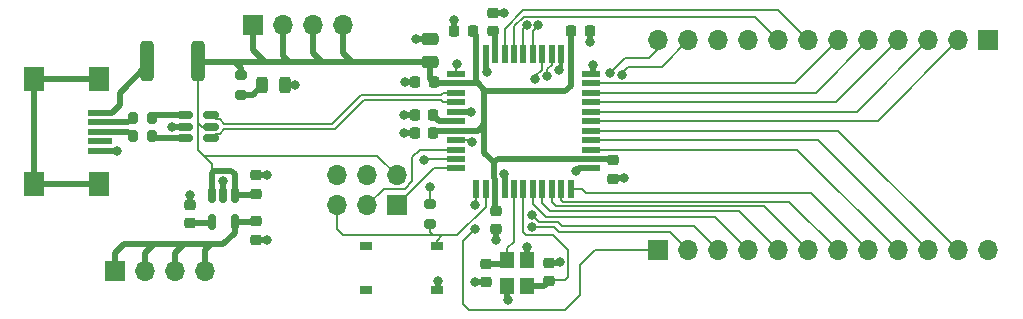
<source format=gbr>
%TF.GenerationSoftware,KiCad,Pcbnew,7.0.1*%
%TF.CreationDate,2023-04-11T01:40:26-06:00*%
%TF.ProjectId,ATMEGA_DevBoard,41544d45-4741-45f4-9465-76426f617264,rev?*%
%TF.SameCoordinates,Original*%
%TF.FileFunction,Copper,L1,Top*%
%TF.FilePolarity,Positive*%
%FSLAX46Y46*%
G04 Gerber Fmt 4.6, Leading zero omitted, Abs format (unit mm)*
G04 Created by KiCad (PCBNEW 7.0.1) date 2023-04-11 01:40:26*
%MOMM*%
%LPD*%
G01*
G04 APERTURE LIST*
G04 Aperture macros list*
%AMRoundRect*
0 Rectangle with rounded corners*
0 $1 Rounding radius*
0 $2 $3 $4 $5 $6 $7 $8 $9 X,Y pos of 4 corners*
0 Add a 4 corners polygon primitive as box body*
4,1,4,$2,$3,$4,$5,$6,$7,$8,$9,$2,$3,0*
0 Add four circle primitives for the rounded corners*
1,1,$1+$1,$2,$3*
1,1,$1+$1,$4,$5*
1,1,$1+$1,$6,$7*
1,1,$1+$1,$8,$9*
0 Add four rect primitives between the rounded corners*
20,1,$1+$1,$2,$3,$4,$5,0*
20,1,$1+$1,$4,$5,$6,$7,0*
20,1,$1+$1,$6,$7,$8,$9,0*
20,1,$1+$1,$8,$9,$2,$3,0*%
G04 Aperture macros list end*
%TA.AperFunction,ComponentPad*%
%ADD10R,1.700000X1.700000*%
%TD*%
%TA.AperFunction,ComponentPad*%
%ADD11O,1.700000X1.700000*%
%TD*%
%TA.AperFunction,SMDPad,CuDef*%
%ADD12RoundRect,0.225000X-0.250000X0.225000X-0.250000X-0.225000X0.250000X-0.225000X0.250000X0.225000X0*%
%TD*%
%TA.AperFunction,SMDPad,CuDef*%
%ADD13RoundRect,0.225000X0.250000X-0.225000X0.250000X0.225000X-0.250000X0.225000X-0.250000X-0.225000X0*%
%TD*%
%TA.AperFunction,SMDPad,CuDef*%
%ADD14R,1.200000X1.400000*%
%TD*%
%TA.AperFunction,SMDPad,CuDef*%
%ADD15RoundRect,0.225000X0.225000X0.250000X-0.225000X0.250000X-0.225000X-0.250000X0.225000X-0.250000X0*%
%TD*%
%TA.AperFunction,SMDPad,CuDef*%
%ADD16R,1.000000X0.700000*%
%TD*%
%TA.AperFunction,SMDPad,CuDef*%
%ADD17R,2.000000X0.500000*%
%TD*%
%TA.AperFunction,SMDPad,CuDef*%
%ADD18R,1.700000X2.000000*%
%TD*%
%TA.AperFunction,SMDPad,CuDef*%
%ADD19RoundRect,0.200000X-0.275000X0.200000X-0.275000X-0.200000X0.275000X-0.200000X0.275000X0.200000X0*%
%TD*%
%TA.AperFunction,SMDPad,CuDef*%
%ADD20RoundRect,0.150000X-0.512500X-0.150000X0.512500X-0.150000X0.512500X0.150000X-0.512500X0.150000X0*%
%TD*%
%TA.AperFunction,SMDPad,CuDef*%
%ADD21RoundRect,0.243750X0.243750X0.456250X-0.243750X0.456250X-0.243750X-0.456250X0.243750X-0.456250X0*%
%TD*%
%TA.AperFunction,SMDPad,CuDef*%
%ADD22R,1.500000X0.550000*%
%TD*%
%TA.AperFunction,SMDPad,CuDef*%
%ADD23R,0.550000X1.500000*%
%TD*%
%TA.AperFunction,SMDPad,CuDef*%
%ADD24RoundRect,0.200000X-0.200000X-0.275000X0.200000X-0.275000X0.200000X0.275000X-0.200000X0.275000X0*%
%TD*%
%TA.AperFunction,SMDPad,CuDef*%
%ADD25RoundRect,0.150000X-0.150000X0.512500X-0.150000X-0.512500X0.150000X-0.512500X0.150000X0.512500X0*%
%TD*%
%TA.AperFunction,SMDPad,CuDef*%
%ADD26RoundRect,0.250000X-0.312500X-1.450000X0.312500X-1.450000X0.312500X1.450000X-0.312500X1.450000X0*%
%TD*%
%TA.AperFunction,SMDPad,CuDef*%
%ADD27RoundRect,0.225000X-0.225000X-0.250000X0.225000X-0.250000X0.225000X0.250000X-0.225000X0.250000X0*%
%TD*%
%TA.AperFunction,SMDPad,CuDef*%
%ADD28RoundRect,0.250000X0.475000X-0.250000X0.475000X0.250000X-0.475000X0.250000X-0.475000X-0.250000X0*%
%TD*%
%TA.AperFunction,ViaPad*%
%ADD29C,0.800000*%
%TD*%
%TA.AperFunction,Conductor*%
%ADD30C,0.203200*%
%TD*%
%TA.AperFunction,Conductor*%
%ADD31C,0.508000*%
%TD*%
%TA.AperFunction,Conductor*%
%ADD32C,0.304800*%
%TD*%
%TA.AperFunction,Conductor*%
%ADD33C,0.200000*%
%TD*%
G04 APERTURE END LIST*
D10*
%TO.P,J6,1,Pin_1*%
%TO.N,+3.3V*%
X90170000Y-106426000D03*
D11*
%TO.P,J6,2,Pin_2*%
X92710000Y-106426000D03*
%TO.P,J6,3,Pin_3*%
X95250000Y-106426000D03*
%TO.P,J6,4,Pin_4*%
X97790000Y-106426000D03*
%TD*%
%TO.P,J5,4,Pin_4*%
%TO.N,+5V*%
X109474000Y-85598000D03*
%TO.P,J5,3,Pin_3*%
X106934000Y-85598000D03*
%TO.P,J5,2,Pin_2*%
X104394000Y-85598000D03*
D10*
%TO.P,J5,1,Pin_1*%
X101854000Y-85598000D03*
%TD*%
D12*
%TO.P,C2,1*%
%TO.N,GND*%
X126869500Y-105699500D03*
%TO.P,C2,2*%
%TO.N,XTAL1*%
X126869500Y-107249500D03*
%TD*%
D10*
%TO.P,J4,1,Pin_1*%
%TO.N,GND*%
X164084000Y-86879583D03*
D11*
%TO.P,J4,2,Pin_2*%
%TO.N,PB4*%
X161544000Y-86879583D03*
%TO.P,J4,3,Pin_3*%
%TO.N,PB5*%
X159004000Y-86879583D03*
%TO.P,J4,4,Pin_4*%
%TO.N,PB6*%
X156464000Y-86879583D03*
%TO.P,J4,5,Pin_5*%
%TO.N,PC6*%
X153924000Y-86879583D03*
%TO.P,J4,6,Pin_6*%
%TO.N,PC7*%
X151384000Y-86879583D03*
%TO.P,J4,7,Pin_7*%
%TO.N,PF0*%
X148844000Y-86879583D03*
%TO.P,J4,8,Pin_8*%
%TO.N,PF1*%
X146304000Y-86879583D03*
%TO.P,J4,9,Pin_9*%
%TO.N,PF4*%
X143764000Y-86879583D03*
%TO.P,J4,10,Pin_10*%
%TO.N,PF5*%
X141224000Y-86879583D03*
%TO.P,J4,11,Pin_11*%
%TO.N,PF6*%
X138684000Y-86879583D03*
%TO.P,J4,12,Pin_12*%
%TO.N,PF7*%
X136144000Y-86879583D03*
%TD*%
D13*
%TO.P,C12,1*%
%TO.N,/AREF*%
X122174000Y-86119000D03*
%TO.P,C12,2*%
%TO.N,GND*%
X122174000Y-84569000D03*
%TD*%
D14*
%TO.P,Y1,1,1*%
%TO.N,XTAL1*%
X125052500Y-107701500D03*
%TO.P,Y1,2,2*%
%TO.N,GND*%
X125052500Y-105501500D03*
%TO.P,Y1,3,3*%
%TO.N,XTAL2*%
X123352500Y-105501500D03*
%TO.P,Y1,4,4*%
%TO.N,GND*%
X123352500Y-107701500D03*
%TD*%
D10*
%TO.P,J1,1,MISO*%
%TO.N,MISO*%
X114031000Y-100858000D03*
D11*
%TO.P,J1,2,VCC*%
%TO.N,+5V*%
X114031000Y-98318000D03*
%TO.P,J1,3,SCK*%
%TO.N,SCK*%
X111491000Y-100858000D03*
%TO.P,J1,4,MOSI*%
%TO.N,MOSI*%
X111491000Y-98318000D03*
%TO.P,J1,5,~{RST}*%
%TO.N,RST*%
X108951000Y-100858000D03*
%TO.P,J1,6,GND*%
%TO.N,GND*%
X108951000Y-98318000D03*
%TD*%
D15*
%TO.P,C10,1*%
%TO.N,+5V*%
X117094000Y-94742000D03*
%TO.P,C10,2*%
%TO.N,GND*%
X115544000Y-94742000D03*
%TD*%
D16*
%TO.P,S3,1*%
%TO.N,GND*%
X117395500Y-108022000D03*
%TO.P,S3,2*%
%TO.N,N/C*%
X111395500Y-108022000D03*
%TO.P,S3,3*%
%TO.N,RST*%
X117395500Y-104322000D03*
%TO.P,S3,4*%
%TO.N,N/C*%
X111395500Y-104322000D03*
%TD*%
D15*
%TO.P,C6,1*%
%TO.N,+5V*%
X117107000Y-90424000D03*
%TO.P,C6,2*%
%TO.N,GND*%
X115557000Y-90424000D03*
%TD*%
D17*
%TO.P,J2,1,VBUS*%
%TO.N,Net-(J2-VBUS)*%
X88862000Y-93010000D03*
%TO.P,J2,2,D-*%
%TO.N,Net-(J2-D-)*%
X88862000Y-93810000D03*
%TO.P,J2,3,D+*%
%TO.N,Net-(J2-D+)*%
X88862000Y-94610000D03*
%TO.P,J2,4,ID*%
%TO.N,unconnected-(J2-ID-Pad4)*%
X88862000Y-95410000D03*
%TO.P,J2,5,GND*%
%TO.N,GND*%
X88862000Y-96210000D03*
D18*
%TO.P,J2,6,Shield*%
%TO.N,unconnected-(J2-Shield-Pad6)*%
X88762000Y-90160000D03*
X83312000Y-90160000D03*
X88762000Y-99060000D03*
X83312000Y-99060000D03*
%TD*%
D12*
%TO.P,C7,1*%
%TO.N,+5V*%
X122428000Y-101333000D03*
%TO.P,C7,2*%
%TO.N,GND*%
X122428000Y-102883000D03*
%TD*%
D10*
%TO.P,J3,1,Pin_1*%
%TO.N,PB7*%
X136110585Y-104659583D03*
D11*
%TO.P,J3,2,Pin_2*%
%TO.N,PB0*%
X138650585Y-104659583D03*
%TO.P,J3,3,Pin_3*%
%TO.N,PE6*%
X141190585Y-104659583D03*
%TO.P,J3,4,Pin_4*%
%TO.N,PD0*%
X143730585Y-104659583D03*
%TO.P,J3,5,Pin_5*%
%TO.N,PD1*%
X146270585Y-104659583D03*
%TO.P,J3,6,Pin_6*%
%TO.N,PD2*%
X148810585Y-104659583D03*
%TO.P,J3,7,Pin_7*%
%TO.N,PD3*%
X151350585Y-104659583D03*
%TO.P,J3,8,Pin_8*%
%TO.N,PD5*%
X153890585Y-104659583D03*
%TO.P,J3,9,Pin_9*%
%TO.N,PD4*%
X156430585Y-104659583D03*
%TO.P,J3,10,Pin_10*%
%TO.N,PD6*%
X158970585Y-104659583D03*
%TO.P,J3,11,Pin_11*%
%TO.N,PD7*%
X161510585Y-104659583D03*
%TO.P,J3,12,Pin_12*%
%TO.N,GND*%
X164050585Y-104659583D03*
%TD*%
D19*
%TO.P,R13,1*%
%TO.N,+5V*%
X116840000Y-100775000D03*
%TO.P,R13,2*%
%TO.N,RST*%
X116840000Y-102425000D03*
%TD*%
D20*
%TO.P,U4,1,I/O1*%
%TO.N,USB_CONN_D-*%
X96028115Y-93231688D03*
%TO.P,U4,2,GND*%
%TO.N,GND*%
X96028115Y-94181688D03*
%TO.P,U4,3,I/O2*%
%TO.N,USB_CONN_D+*%
X96028115Y-95131688D03*
%TO.P,U4,4,I/O2*%
%TO.N,USB_D+*%
X98303115Y-95131688D03*
%TO.P,U4,5,VBUS*%
%TO.N,+5V*%
X98303115Y-94181688D03*
%TO.P,U4,6,I/O1*%
%TO.N,USB_D-*%
X98303115Y-93231688D03*
%TD*%
D13*
%TO.P,C15,1*%
%TO.N,Net-(U5-BP)*%
X96520000Y-102362000D03*
%TO.P,C15,2*%
%TO.N,GND*%
X96520000Y-100812000D03*
%TD*%
D21*
%TO.P,D3,1,K*%
%TO.N,GND*%
X104491000Y-90678000D03*
%TO.P,D3,2,A*%
%TO.N,Net-(D3-A)*%
X102616000Y-90678000D03*
%TD*%
D22*
%TO.P,U3,1,PE6*%
%TO.N,PE6*%
X119014000Y-89726000D03*
%TO.P,U3,2,UVCC*%
%TO.N,+5V*%
X119014000Y-90526000D03*
%TO.P,U3,3,D-*%
%TO.N,USB_D-*%
X119014000Y-91326000D03*
%TO.P,U3,4,D+*%
%TO.N,USB_D+*%
X119014000Y-92126000D03*
%TO.P,U3,5,UGND*%
%TO.N,GND*%
X119014000Y-92926000D03*
%TO.P,U3,6,UCAP*%
%TO.N,/UCAP*%
X119014000Y-93726000D03*
%TO.P,U3,7,VBUS*%
%TO.N,+5V*%
X119014000Y-94526000D03*
%TO.P,U3,8,PB0*%
%TO.N,PB0*%
X119014000Y-95326000D03*
%TO.P,U3,9,PB1*%
%TO.N,SCK*%
X119014000Y-96126000D03*
%TO.P,U3,10,PB2*%
%TO.N,MOSI*%
X119014000Y-96926000D03*
%TO.P,U3,11,PB3*%
%TO.N,MISO*%
X119014000Y-97726000D03*
D23*
%TO.P,U3,12,PB7*%
%TO.N,PB7*%
X120714000Y-99426000D03*
%TO.P,U3,13,~{RESET}*%
%TO.N,RST*%
X121514000Y-99426000D03*
%TO.P,U3,14,VCC*%
%TO.N,+5V*%
X122314000Y-99426000D03*
%TO.P,U3,15,GND*%
%TO.N,GND*%
X123114000Y-99426000D03*
%TO.P,U3,16,XTAL2*%
%TO.N,XTAL2*%
X123914000Y-99426000D03*
%TO.P,U3,17,XTAL1*%
%TO.N,XTAL1*%
X124714000Y-99426000D03*
%TO.P,U3,18,PD0*%
%TO.N,PD0*%
X125514000Y-99426000D03*
%TO.P,U3,19,PD1*%
%TO.N,PD1*%
X126314000Y-99426000D03*
%TO.P,U3,20,PD2*%
%TO.N,PD2*%
X127114000Y-99426000D03*
%TO.P,U3,21,PD3*%
%TO.N,PD3*%
X127914000Y-99426000D03*
%TO.P,U3,22,PD5*%
%TO.N,PD5*%
X128714000Y-99426000D03*
D22*
%TO.P,U3,23,GND*%
%TO.N,GND*%
X130414000Y-97726000D03*
%TO.P,U3,24,AVCC*%
%TO.N,+5V*%
X130414000Y-96926000D03*
%TO.P,U3,25,PD4*%
%TO.N,PD4*%
X130414000Y-96126000D03*
%TO.P,U3,26,PD6*%
%TO.N,PD6*%
X130414000Y-95326000D03*
%TO.P,U3,27,PD7*%
%TO.N,PD7*%
X130414000Y-94526000D03*
%TO.P,U3,28,PB4*%
%TO.N,PB4*%
X130414000Y-93726000D03*
%TO.P,U3,29,PB5*%
%TO.N,PB5*%
X130414000Y-92926000D03*
%TO.P,U3,30,PB6*%
%TO.N,PB6*%
X130414000Y-92126000D03*
%TO.P,U3,31,PC6*%
%TO.N,PC6*%
X130414000Y-91326000D03*
%TO.P,U3,32,PC7*%
%TO.N,PC7*%
X130414000Y-90526000D03*
%TO.P,U3,33,~{HWB}/PE2*%
%TO.N,GND*%
X130414000Y-89726000D03*
D23*
%TO.P,U3,34,VCC*%
%TO.N,+5V*%
X128714000Y-88026000D03*
%TO.P,U3,35,GND*%
%TO.N,GND*%
X127914000Y-88026000D03*
%TO.P,U3,36,PF7*%
%TO.N,PF7*%
X127114000Y-88026000D03*
%TO.P,U3,37,PF6*%
%TO.N,PF6*%
X126314000Y-88026000D03*
%TO.P,U3,38,PF5*%
%TO.N,PF5*%
X125514000Y-88026000D03*
%TO.P,U3,39,PF4*%
%TO.N,PF4*%
X124714000Y-88026000D03*
%TO.P,U3,40,PF1*%
%TO.N,PF1*%
X123914000Y-88026000D03*
%TO.P,U3,41,PF0*%
%TO.N,PF0*%
X123114000Y-88026000D03*
%TO.P,U3,42,AREF*%
%TO.N,/AREF*%
X122314000Y-88026000D03*
%TO.P,U3,43,GND*%
%TO.N,GND*%
X121514000Y-88026000D03*
%TO.P,U3,44,AVCC*%
%TO.N,+5V*%
X120714000Y-88026000D03*
%TD*%
D15*
%TO.P,C11,1*%
%TO.N,+5V*%
X120409000Y-86106000D03*
%TO.P,C11,2*%
%TO.N,GND*%
X118859000Y-86106000D03*
%TD*%
D24*
%TO.P,R15,1*%
%TO.N,Net-(J2-D-)*%
X91631911Y-93445905D03*
%TO.P,R15,2*%
%TO.N,USB_CONN_D-*%
X93281911Y-93445905D03*
%TD*%
D25*
%TO.P,U5,1,VIN*%
%TO.N,+5V*%
X100264000Y-99954500D03*
%TO.P,U5,2,GND*%
%TO.N,GND*%
X99314000Y-99954500D03*
%TO.P,U5,3,ON/~{OFF}*%
%TO.N,+5V*%
X98364000Y-99954500D03*
%TO.P,U5,4,BP*%
%TO.N,Net-(U5-BP)*%
X98364000Y-102229500D03*
%TO.P,U5,5,VOUT*%
%TO.N,+3.3V*%
X100264000Y-102229500D03*
%TD*%
D24*
%TO.P,R14,1*%
%TO.N,Net-(J2-D+)*%
X91631000Y-94996000D03*
%TO.P,R14,2*%
%TO.N,USB_CONN_D+*%
X93281000Y-94996000D03*
%TD*%
D12*
%TO.P,C5,1*%
%TO.N,+5V*%
X132321000Y-97028000D03*
%TO.P,C5,2*%
%TO.N,GND*%
X132321000Y-98578000D03*
%TD*%
%TO.P,C3,1*%
%TO.N,XTAL2*%
X121535500Y-105826500D03*
%TO.P,C3,2*%
%TO.N,GND*%
X121535500Y-107376500D03*
%TD*%
%TO.P,C14,1*%
%TO.N,+3.3V*%
X102108000Y-102209000D03*
%TO.P,C14,2*%
%TO.N,GND*%
X102108000Y-103759000D03*
%TD*%
D19*
%TO.P,R16,1*%
%TO.N,+5V*%
X100838000Y-89853000D03*
%TO.P,R16,2*%
%TO.N,Net-(D3-A)*%
X100838000Y-91503000D03*
%TD*%
D13*
%TO.P,C13,1*%
%TO.N,+5V*%
X102108000Y-99848000D03*
%TO.P,C13,2*%
%TO.N,GND*%
X102108000Y-98298000D03*
%TD*%
D26*
%TO.P,F1,1*%
%TO.N,Net-(J2-VBUS)*%
X92858500Y-88646000D03*
%TO.P,F1,2*%
%TO.N,+5V*%
X97133500Y-88646000D03*
%TD*%
D27*
%TO.P,C4,1*%
%TO.N,+5V*%
X128778000Y-86106000D03*
%TO.P,C4,2*%
%TO.N,GND*%
X130328000Y-86106000D03*
%TD*%
D15*
%TO.P,C9,1*%
%TO.N,/UCAP*%
X117094000Y-93218000D03*
%TO.P,C9,2*%
%TO.N,GND*%
X115544000Y-93218000D03*
%TD*%
D28*
%TO.P,C8,1*%
%TO.N,+5V*%
X116840000Y-88707000D03*
%TO.P,C8,2*%
%TO.N,GND*%
X116840000Y-86807000D03*
%TD*%
D29*
%TO.N,PF6*%
X125730000Y-90170000D03*
X133096000Y-89824900D03*
%TO.N,PF7*%
X132080000Y-89662000D03*
X126746000Y-89916000D03*
%TO.N,PF5*%
X125991723Y-85603500D03*
%TO.N,PF4*%
X124986858Y-85616858D03*
%TO.N,GND*%
X130318067Y-87016836D03*
X94927568Y-94183676D03*
X122428000Y-103759000D03*
X99314000Y-98806000D03*
X121666000Y-89535000D03*
X127762000Y-89408000D03*
X105410000Y-90678000D03*
X133223000Y-98552000D03*
X115659806Y-86797896D03*
X120240310Y-92921157D03*
X120617428Y-107370892D03*
X123377191Y-108866851D03*
X96520000Y-99949000D03*
X102997000Y-103759000D03*
X114632608Y-94748694D03*
X127790378Y-105688528D03*
X90297000Y-96266000D03*
X125031740Y-104356388D03*
X130595586Y-89003476D03*
X129206701Y-97906659D03*
X114626396Y-93221820D03*
X102997000Y-98298000D03*
X118836998Y-85189074D03*
X117522500Y-107260000D03*
X123063000Y-84582000D03*
X114681000Y-90424000D03*
X123089352Y-98183580D03*
%TO.N,+5V*%
X116840000Y-99314000D03*
%TO.N,MOSI*%
X116332000Y-97028000D03*
%TO.N,PB7*%
X120650000Y-100838000D03*
X120650000Y-102870000D03*
%TO.N,PE6*%
X125476000Y-101677397D03*
X119126000Y-88900000D03*
%TO.N,PB0*%
X125476000Y-102676900D03*
X120396000Y-95504000D03*
%TD*%
D30*
%TO.N,PF6*%
X136409583Y-89154000D02*
X138684000Y-86879583D01*
X133604000Y-89154000D02*
X136409583Y-89154000D01*
X133096000Y-89662000D02*
X133604000Y-89154000D01*
X133096000Y-89824900D02*
X133096000Y-89662000D01*
X126314000Y-89355787D02*
X125730000Y-89939787D01*
X125730000Y-89939787D02*
X125730000Y-90170000D01*
X126314000Y-88026000D02*
X126314000Y-89355787D01*
%TO.N,PF7*%
X136144000Y-87630000D02*
X136144000Y-86879583D01*
X135382000Y-88392000D02*
X136144000Y-87630000D01*
X133350000Y-88392000D02*
X135382000Y-88392000D01*
X132080000Y-89662000D02*
X133350000Y-88392000D01*
X126746000Y-89347200D02*
X126746000Y-89916000D01*
X127114000Y-88979200D02*
X126746000Y-89347200D01*
X127114000Y-88026000D02*
X127114000Y-88979200D01*
%TO.N,PF5*%
X125514000Y-86081223D02*
X125991723Y-85603500D01*
X125514000Y-88026000D02*
X125514000Y-86081223D01*
%TO.N,PF4*%
X124714000Y-85889716D02*
X124986858Y-85616858D01*
X124714000Y-88026000D02*
X124714000Y-85889716D01*
%TO.N,PF1*%
X144291522Y-84867105D02*
X146304000Y-86879583D01*
X124745105Y-84867105D02*
X144291522Y-84867105D01*
D31*
%TO.N,GND*%
X130318067Y-86115933D02*
X130328000Y-86106000D01*
X130318067Y-87016836D02*
X130318067Y-86115933D01*
D30*
%TO.N,PF1*%
X123914000Y-85698210D02*
X124745105Y-84867105D01*
X123914000Y-88026000D02*
X123914000Y-85698210D01*
%TO.N,PF0*%
X146292417Y-84328000D02*
X148844000Y-86879583D01*
X123114000Y-85928000D02*
X124714000Y-84328000D01*
X124714000Y-84328000D02*
X146292417Y-84328000D01*
X123114000Y-88026000D02*
X123114000Y-85928000D01*
D31*
%TO.N,+5V*%
X109474000Y-87945000D02*
X110236000Y-88707000D01*
X109474000Y-85598000D02*
X109474000Y-87945000D01*
X111252000Y-88707000D02*
X110236000Y-88707000D01*
X110236000Y-88707000D02*
X108204000Y-88707000D01*
X106934000Y-87945000D02*
X107696000Y-88707000D01*
X106934000Y-85598000D02*
X106934000Y-87945000D01*
X107696000Y-88707000D02*
X106807000Y-88707000D01*
X107950000Y-88707000D02*
X107696000Y-88707000D01*
X104394000Y-88199000D02*
X104902000Y-88707000D01*
X104394000Y-85598000D02*
X104394000Y-88199000D01*
X104902000Y-88707000D02*
X103124000Y-88707000D01*
X106807000Y-88707000D02*
X104902000Y-88707000D01*
X101854000Y-85598000D02*
X101854000Y-87691000D01*
X101854000Y-87691000D02*
X102870000Y-88707000D01*
X102870000Y-88707000D02*
X100330000Y-88707000D01*
X103124000Y-88707000D02*
X102870000Y-88707000D01*
%TO.N,+3.3V*%
X97790000Y-106426000D02*
X97790000Y-104648000D01*
X97790000Y-104648000D02*
X98298000Y-104140000D01*
X98298000Y-104140000D02*
X96012000Y-104140000D01*
X99314000Y-104140000D02*
X98298000Y-104140000D01*
X95250000Y-106426000D02*
X95250000Y-104902000D01*
X95250000Y-104902000D02*
X96012000Y-104140000D01*
X96012000Y-104140000D02*
X93472000Y-104140000D01*
X92710000Y-104902000D02*
X93472000Y-104140000D01*
X93472000Y-104140000D02*
X90932000Y-104140000D01*
X92710000Y-106426000D02*
X92710000Y-104902000D01*
X90170000Y-104902000D02*
X90170000Y-106426000D01*
X90932000Y-104140000D02*
X90170000Y-104902000D01*
X100264000Y-103190000D02*
X99314000Y-104140000D01*
X100264000Y-102229500D02*
X100264000Y-103190000D01*
%TO.N,GND*%
X104491000Y-90678000D02*
X105410000Y-90678000D01*
D32*
X127914000Y-89256000D02*
X127762000Y-89408000D01*
D31*
X114630216Y-93218000D02*
X114626396Y-93221820D01*
X117522500Y-107895000D02*
X117395500Y-108022000D01*
X88862000Y-96210000D02*
X90241000Y-96210000D01*
X114632608Y-94748694D02*
X115537306Y-94748694D01*
X115537306Y-94748694D02*
X115544000Y-94742000D01*
X118859000Y-86106000D02*
X118859000Y-85211076D01*
X115544000Y-93218000D02*
X114630216Y-93218000D01*
X116840000Y-86807000D02*
X115668910Y-86807000D01*
X102997000Y-103759000D02*
X102108000Y-103759000D01*
X130595586Y-89544414D02*
X130414000Y-89726000D01*
X90241000Y-96210000D02*
X90297000Y-96266000D01*
X121666000Y-89535000D02*
X121514000Y-89017882D01*
X117522500Y-107260000D02*
X117522500Y-107895000D01*
X133223000Y-98552000D02*
X132347000Y-98552000D01*
X123114000Y-98208228D02*
X123089352Y-98183580D01*
X125031740Y-104356388D02*
X125031740Y-105480740D01*
X125031740Y-105480740D02*
X125052500Y-105501500D01*
X123063000Y-84582000D02*
X122187000Y-84582000D01*
X121514000Y-89017882D02*
X121514000Y-88026000D01*
X130414000Y-97726000D02*
X129387360Y-97726000D01*
X102997000Y-98298000D02*
X102108000Y-98298000D01*
X96028115Y-94181688D02*
X94929556Y-94181688D01*
X130595586Y-89003476D02*
X130595586Y-89544414D01*
X120623036Y-107376500D02*
X120617428Y-107370892D01*
X123352500Y-107701500D02*
X123352500Y-108842160D01*
X123352500Y-108842160D02*
X123377191Y-108866851D01*
X115557000Y-90424000D02*
X114681000Y-90424000D01*
X123114000Y-99426000D02*
X123114000Y-98208228D01*
X126869500Y-105699500D02*
X127779406Y-105699500D01*
X129387360Y-97726000D02*
X129206701Y-97906659D01*
X115668910Y-86807000D02*
X115659806Y-86797896D01*
X119014000Y-92926000D02*
X120235467Y-92926000D01*
X99314000Y-99954500D02*
X99314000Y-98806000D01*
X96520000Y-100812000D02*
X96520000Y-99949000D01*
X118859000Y-85211076D02*
X118836998Y-85189074D01*
X122428000Y-102883000D02*
X122428000Y-103759000D01*
X94929556Y-94181688D02*
X94927568Y-94183676D01*
X120235467Y-92926000D02*
X120240310Y-92921157D01*
X121535500Y-107376500D02*
X120623036Y-107376500D01*
X122187000Y-84582000D02*
X122174000Y-84569000D01*
X127779406Y-105699500D02*
X127790378Y-105688528D01*
D32*
X127914000Y-88026000D02*
X127914000Y-89256000D01*
D31*
%TO.N,+5V*%
X132219000Y-96926000D02*
X132321000Y-97028000D01*
X128714000Y-86170000D02*
X128778000Y-86106000D01*
X119014000Y-90526000D02*
X117209000Y-90526000D01*
D30*
X97663000Y-96647000D02*
X98364000Y-97348000D01*
X97133500Y-88646000D02*
X97155000Y-88667500D01*
D31*
X100264000Y-99954500D02*
X102001500Y-99954500D01*
X122314000Y-98615967D02*
X122235352Y-98537319D01*
X120714000Y-88026000D02*
X120714000Y-90361000D01*
X121412000Y-91059000D02*
X121412000Y-93980000D01*
D30*
X114031000Y-98318000D02*
X112360000Y-96647000D01*
D31*
X122235352Y-97216352D02*
X121412000Y-96393000D01*
X122525704Y-96926000D02*
X122235352Y-97216352D01*
X119014000Y-90526000D02*
X120879000Y-90526000D01*
X116840000Y-88707000D02*
X111252000Y-88707000D01*
X120714000Y-90361000D02*
X120879000Y-90526000D01*
X120879000Y-90526000D02*
X121412000Y-91059000D01*
D30*
X116840000Y-99314000D02*
X116840000Y-100775000D01*
D31*
X121539000Y-91186000D02*
X121412000Y-91059000D01*
D30*
X97483688Y-94181688D02*
X98303115Y-94181688D01*
D31*
X121412000Y-93980000D02*
X120866000Y-94526000D01*
X100838000Y-89215000D02*
X100330000Y-88707000D01*
D30*
X97155000Y-96139000D02*
X97663000Y-96647000D01*
D31*
X122314000Y-101219000D02*
X122428000Y-101333000D01*
X97194500Y-88707000D02*
X97133500Y-88646000D01*
X130414000Y-96926000D02*
X132219000Y-96926000D01*
D30*
X98364000Y-97348000D02*
X98364000Y-98105000D01*
D31*
X120866000Y-94526000D02*
X119014000Y-94526000D01*
X99984000Y-97952000D02*
X100264000Y-98232000D01*
X98517000Y-97952000D02*
X99984000Y-97952000D01*
D30*
X97155000Y-93853000D02*
X97155000Y-96139000D01*
D31*
X98364000Y-98105000D02*
X98517000Y-97952000D01*
X100264000Y-98232000D02*
X100264000Y-99954500D01*
X107950000Y-88707000D02*
X106233000Y-88707000D01*
X128270000Y-91186000D02*
X121539000Y-91186000D01*
X116840000Y-88707000D02*
X116840000Y-90157000D01*
X102001500Y-99954500D02*
X102108000Y-99848000D01*
X120714000Y-86411000D02*
X120409000Y-86106000D01*
X122314000Y-99426000D02*
X122314000Y-101219000D01*
X130414000Y-96926000D02*
X122525704Y-96926000D01*
D30*
X112360000Y-96647000D02*
X97663000Y-96647000D01*
D31*
X100838000Y-89853000D02*
X100838000Y-89215000D01*
X116840000Y-90157000D02*
X117107000Y-90424000D01*
X122235352Y-98537319D02*
X122235352Y-97216352D01*
X128714000Y-90742000D02*
X128270000Y-91186000D01*
X100330000Y-88707000D02*
X97194500Y-88707000D01*
X117209000Y-90526000D02*
X117107000Y-90424000D01*
X122314000Y-99426000D02*
X122314000Y-98615967D01*
D30*
X97155000Y-93853000D02*
X97483688Y-94181688D01*
D31*
X117310000Y-94526000D02*
X117094000Y-94742000D01*
X120714000Y-88026000D02*
X120714000Y-86411000D01*
X98364000Y-99954500D02*
X98364000Y-98105000D01*
X121412000Y-96393000D02*
X121412000Y-93980000D01*
X128714000Y-88026000D02*
X128714000Y-90742000D01*
X119014000Y-94526000D02*
X117310000Y-94526000D01*
X108204000Y-88707000D02*
X107950000Y-88707000D01*
D30*
X97155000Y-88667500D02*
X97155000Y-93853000D01*
D31*
X128714000Y-88026000D02*
X128714000Y-86170000D01*
%TO.N,XTAL1*%
X125052500Y-107701500D02*
X126417500Y-107701500D01*
X126417500Y-107701500D02*
X126869500Y-107249500D01*
D30*
X124714000Y-103124000D02*
X124968000Y-103378000D01*
X128270000Y-107188000D02*
X126931000Y-107188000D01*
X124714000Y-99426000D02*
X124714000Y-103124000D01*
X126931000Y-107188000D02*
X126869500Y-107249500D01*
X127254000Y-103378000D02*
X128524000Y-104648000D01*
X128524000Y-104648000D02*
X128524000Y-106934000D01*
X124968000Y-103378000D02*
X127254000Y-103378000D01*
X128524000Y-106934000D02*
X128270000Y-107188000D01*
D31*
%TO.N,XTAL2*%
X121535500Y-105826500D02*
X123027500Y-105826500D01*
D30*
X123914000Y-103924000D02*
X123352500Y-104485500D01*
X123914000Y-99426000D02*
X123914000Y-103924000D01*
X123352500Y-104485500D02*
X123352500Y-105501500D01*
X123529500Y-105324500D02*
X123352500Y-105501500D01*
D31*
X123027500Y-105826500D02*
X123352500Y-105501500D01*
%TO.N,/UCAP*%
X119014000Y-93726000D02*
X117602000Y-93726000D01*
X117602000Y-93726000D02*
X117094000Y-93218000D01*
%TO.N,/AREF*%
X122314000Y-88026000D02*
X122314000Y-86259000D01*
X122314000Y-86259000D02*
X122174000Y-86119000D01*
%TO.N,+3.3V*%
X100264000Y-102229500D02*
X102087500Y-102229500D01*
X102087500Y-102229500D02*
X102108000Y-102209000D01*
%TO.N,Net-(U5-BP)*%
X96520000Y-102362000D02*
X98231500Y-102362000D01*
X98231500Y-102362000D02*
X98364000Y-102229500D01*
%TO.N,Net-(D3-A)*%
X101791000Y-91503000D02*
X102616000Y-90678000D01*
X100838000Y-91503000D02*
X101791000Y-91503000D01*
%TO.N,Net-(J2-VBUS)*%
X92858500Y-88646000D02*
X92858500Y-89005500D01*
X92858500Y-89005500D02*
X90551000Y-91313000D01*
X89870000Y-93010000D02*
X88862000Y-93010000D01*
X90551000Y-92329000D02*
X89870000Y-93010000D01*
X90551000Y-91313000D02*
X90551000Y-92329000D01*
D30*
%TO.N,MISO*%
X117163000Y-97726000D02*
X119014000Y-97726000D01*
X114031000Y-100858000D02*
X117163000Y-97726000D01*
%TO.N,SCK*%
X114652400Y-99469600D02*
X115316000Y-98806000D01*
X111491000Y-100858000D02*
X112879400Y-99469600D01*
X115964000Y-96126000D02*
X119014000Y-96126000D01*
X115316000Y-96774000D02*
X115964000Y-96126000D01*
X115316000Y-98806000D02*
X115316000Y-96774000D01*
X112879400Y-99469600D02*
X114652400Y-99469600D01*
%TO.N,MOSI*%
X116434000Y-96926000D02*
X119014000Y-96926000D01*
X116332000Y-97028000D02*
X116434000Y-96926000D01*
%TO.N,RST*%
X117094000Y-103378000D02*
X117395500Y-103378000D01*
X108951000Y-102855000D02*
X109474000Y-103378000D01*
X121514000Y-99426000D02*
X121514000Y-100990000D01*
X117395500Y-103838500D02*
X117856000Y-103378000D01*
X116840000Y-102425000D02*
X116840000Y-103124000D01*
X119126000Y-103378000D02*
X117856000Y-103378000D01*
X116840000Y-103124000D02*
X117094000Y-103378000D01*
X117395500Y-104322000D02*
X117395500Y-103838500D01*
X109474000Y-103378000D02*
X117094000Y-103378000D01*
X108951000Y-100858000D02*
X108951000Y-102855000D01*
X117856000Y-103378000D02*
X117395500Y-103378000D01*
X121514000Y-100990000D02*
X119126000Y-103378000D01*
D31*
%TO.N,Net-(J2-D-)*%
X91267816Y-93810000D02*
X91631911Y-93445905D01*
X88862000Y-93810000D02*
X91267816Y-93810000D01*
%TO.N,Net-(J2-D+)*%
X91245000Y-94610000D02*
X91631000Y-94996000D01*
X88862000Y-94610000D02*
X91245000Y-94610000D01*
%TO.N,USB_CONN_D+*%
X93416688Y-95131688D02*
X96028115Y-95131688D01*
X93281000Y-94996000D02*
X93416688Y-95131688D01*
%TO.N,USB_CONN_D-*%
X93281911Y-93445905D02*
X93496128Y-93231688D01*
X93496128Y-93231688D02*
X96028115Y-93231688D01*
D33*
%TO.N,USB_D-*%
X119014000Y-91326000D02*
X117888999Y-91326000D01*
X117888999Y-91326000D02*
X117713999Y-91501000D01*
X98653115Y-93581688D02*
X98303115Y-93231688D01*
X108544113Y-93956687D02*
X99377010Y-93956687D01*
X110999800Y-91501000D02*
X108544113Y-93956687D01*
X99377010Y-93956687D02*
X99002011Y-93581688D01*
X117713999Y-91501000D02*
X110999800Y-91501000D01*
X99002011Y-93581688D02*
X98653115Y-93581688D01*
%TO.N,USB_D+*%
X99002011Y-94781688D02*
X98653115Y-94781688D01*
X98653115Y-94781688D02*
X98303115Y-95131688D01*
X119014000Y-92126000D02*
X117888999Y-92126000D01*
X117713999Y-91951000D02*
X111186200Y-91951000D01*
X111186200Y-91951000D02*
X108730511Y-94406689D01*
X99377010Y-94406689D02*
X99002011Y-94781688D01*
X117888999Y-92126000D02*
X117713999Y-91951000D01*
X108730511Y-94406689D02*
X99377010Y-94406689D01*
D31*
%TO.N,unconnected-(J2-Shield-Pad6)*%
X88762000Y-99060000D02*
X83312000Y-99060000D01*
X88762000Y-90160000D02*
X83312000Y-90160000D01*
X83312000Y-99060000D02*
X83312000Y-90160000D01*
D30*
%TO.N,PB7*%
X128270000Y-109728000D02*
X129540000Y-108458000D01*
X120714000Y-99426000D02*
X120714000Y-100774000D01*
X120650000Y-102870000D02*
X119634000Y-103886000D01*
X129540000Y-108458000D02*
X129540000Y-105918000D01*
X120714000Y-100774000D02*
X120650000Y-100838000D01*
X119634000Y-109220000D02*
X120142000Y-109728000D01*
X119634000Y-103886000D02*
X119634000Y-109220000D01*
X130798417Y-104659583D02*
X136110585Y-104659583D01*
X129540000Y-105918000D02*
X130798417Y-104659583D01*
X120142000Y-109728000D02*
X128270000Y-109728000D01*
%TO.N,PD5*%
X128714000Y-99426000D02*
X129652000Y-99426000D01*
X129652000Y-99426000D02*
X130048000Y-99822000D01*
X130048000Y-99822000D02*
X149053002Y-99822000D01*
X149053002Y-99822000D02*
X153890585Y-104659583D01*
%TO.N,PD3*%
X127914000Y-100379200D02*
X128074400Y-100539600D01*
X147230602Y-100539600D02*
X151350585Y-104659583D01*
X128074400Y-100539600D02*
X147230602Y-100539600D01*
X127914000Y-99426000D02*
X127914000Y-100379200D01*
%TO.N,PD2*%
X127508000Y-100942800D02*
X145093802Y-100942800D01*
X127114000Y-99426000D02*
X127114000Y-100548800D01*
X127114000Y-100548800D02*
X127508000Y-100942800D01*
X145093802Y-100942800D02*
X148810585Y-104659583D01*
%TO.N,PD1*%
X126314000Y-100660000D02*
X127000000Y-101346000D01*
X126314000Y-99426000D02*
X126314000Y-100660000D01*
X127000000Y-101346000D02*
X142957002Y-101346000D01*
X142957002Y-101346000D02*
X146270585Y-104659583D01*
%TO.N,PD0*%
X125514000Y-100723184D02*
X126644816Y-101854000D01*
X125514000Y-99426000D02*
X125514000Y-100723184D01*
X140925002Y-101854000D02*
X143730585Y-104659583D01*
X126644816Y-101854000D02*
X140925002Y-101854000D01*
%TO.N,PE6*%
X126502900Y-102273700D02*
X126519400Y-102257200D01*
X126072303Y-102273700D02*
X126502900Y-102273700D01*
X119014000Y-89012000D02*
X119126000Y-88900000D01*
X127657200Y-102257200D02*
X128016000Y-102616000D01*
X139147002Y-102616000D02*
X141190585Y-104659583D01*
X128016000Y-102616000D02*
X139147002Y-102616000D01*
X119014000Y-89726000D02*
X119014000Y-89012000D01*
X126519400Y-102257200D02*
X127657200Y-102257200D01*
X125476000Y-101677397D02*
X126072303Y-102273700D01*
%TO.N,PB0*%
X127314900Y-102676900D02*
X127762000Y-103124000D01*
X127762000Y-103124000D02*
X137115002Y-103124000D01*
X120218000Y-95326000D02*
X120396000Y-95504000D01*
X119014000Y-95326000D02*
X120218000Y-95326000D01*
X125476000Y-102676900D02*
X127314900Y-102676900D01*
X137115002Y-103124000D02*
X138650585Y-104659583D01*
%TO.N,PD4*%
X147897002Y-96126000D02*
X156430585Y-104659583D01*
X130414000Y-96126000D02*
X147897002Y-96126000D01*
%TO.N,PD6*%
X130414000Y-95326000D02*
X149637002Y-95326000D01*
X149637002Y-95326000D02*
X158970585Y-104659583D01*
%TO.N,PD7*%
X151377002Y-94526000D02*
X161510585Y-104659583D01*
X130414000Y-94526000D02*
X151377002Y-94526000D01*
%TO.N,PB4*%
X154697583Y-93726000D02*
X161544000Y-86879583D01*
X130414000Y-93726000D02*
X154697583Y-93726000D01*
%TO.N,PB5*%
X130414000Y-92926000D02*
X152957583Y-92926000D01*
X152957583Y-92926000D02*
X159004000Y-86879583D01*
%TO.N,PB6*%
X130414000Y-92126000D02*
X151217583Y-92126000D01*
X151217583Y-92126000D02*
X156464000Y-86879583D01*
%TO.N,PC6*%
X130414000Y-91326000D02*
X149477583Y-91326000D01*
X149477583Y-91326000D02*
X153924000Y-86879583D01*
%TO.N,PC7*%
X130414000Y-90526000D02*
X147737583Y-90526000D01*
X147737583Y-90526000D02*
X151384000Y-86879583D01*
%TD*%
M02*

</source>
